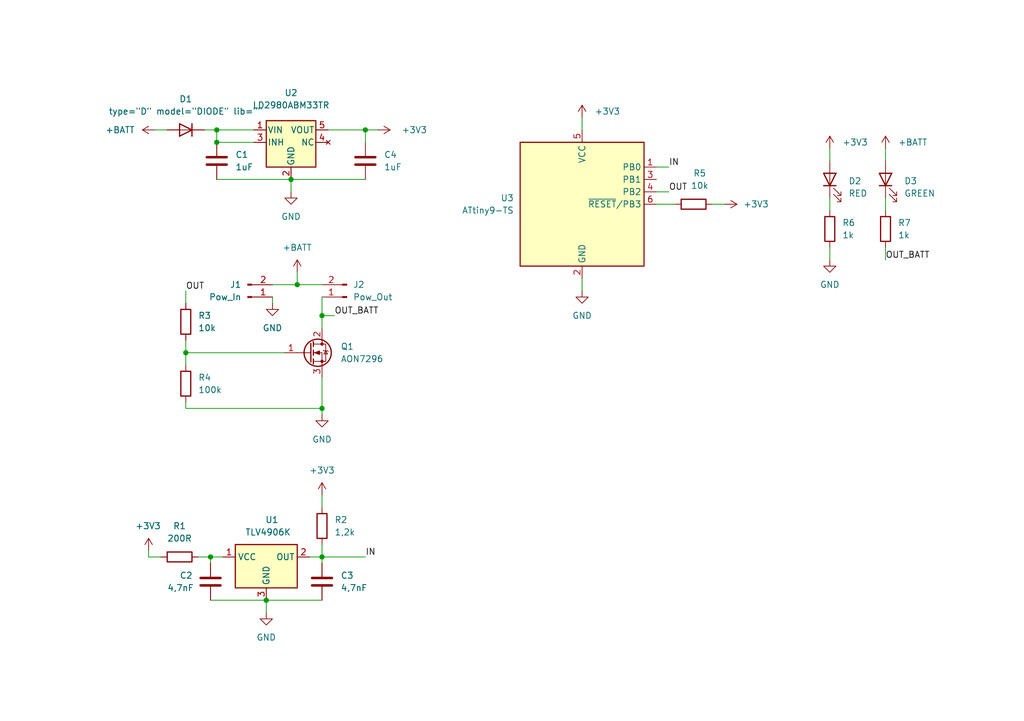
<source format=kicad_sch>
(kicad_sch (version 20211123) (generator eeschema)

  (uuid e63e39d7-6ac0-4ffd-8aa3-1841a4541b55)

  (paper "A5")

  (lib_symbols
    (symbol "Connector:Conn_01x02_Male" (pin_names (offset 1.016) hide) (in_bom yes) (on_board yes)
      (property "Reference" "J" (id 0) (at 0 2.54 0)
        (effects (font (size 1.27 1.27)))
      )
      (property "Value" "Conn_01x02_Male" (id 1) (at 0 -5.08 0)
        (effects (font (size 1.27 1.27)))
      )
      (property "Footprint" "" (id 2) (at 0 0 0)
        (effects (font (size 1.27 1.27)) hide)
      )
      (property "Datasheet" "~" (id 3) (at 0 0 0)
        (effects (font (size 1.27 1.27)) hide)
      )
      (property "ki_keywords" "connector" (id 4) (at 0 0 0)
        (effects (font (size 1.27 1.27)) hide)
      )
      (property "ki_description" "Generic connector, single row, 01x02, script generated (kicad-library-utils/schlib/autogen/connector/)" (id 5) (at 0 0 0)
        (effects (font (size 1.27 1.27)) hide)
      )
      (property "ki_fp_filters" "Connector*:*_1x??_*" (id 6) (at 0 0 0)
        (effects (font (size 1.27 1.27)) hide)
      )
      (symbol "Conn_01x02_Male_1_1"
        (polyline
          (pts
            (xy 1.27 -2.54)
            (xy 0.8636 -2.54)
          )
          (stroke (width 0.1524) (type default) (color 0 0 0 0))
          (fill (type none))
        )
        (polyline
          (pts
            (xy 1.27 0)
            (xy 0.8636 0)
          )
          (stroke (width 0.1524) (type default) (color 0 0 0 0))
          (fill (type none))
        )
        (rectangle (start 0.8636 -2.413) (end 0 -2.667)
          (stroke (width 0.1524) (type default) (color 0 0 0 0))
          (fill (type outline))
        )
        (rectangle (start 0.8636 0.127) (end 0 -0.127)
          (stroke (width 0.1524) (type default) (color 0 0 0 0))
          (fill (type outline))
        )
        (pin passive line (at 5.08 0 180) (length 3.81)
          (name "Pin_1" (effects (font (size 1.27 1.27))))
          (number "1" (effects (font (size 1.27 1.27))))
        )
        (pin passive line (at 5.08 -2.54 180) (length 3.81)
          (name "Pin_2" (effects (font (size 1.27 1.27))))
          (number "2" (effects (font (size 1.27 1.27))))
        )
      )
    )
    (symbol "Device:C" (pin_numbers hide) (pin_names (offset 0.254)) (in_bom yes) (on_board yes)
      (property "Reference" "C" (id 0) (at 0.635 2.54 0)
        (effects (font (size 1.27 1.27)) (justify left))
      )
      (property "Value" "C" (id 1) (at 0.635 -2.54 0)
        (effects (font (size 1.27 1.27)) (justify left))
      )
      (property "Footprint" "" (id 2) (at 0.9652 -3.81 0)
        (effects (font (size 1.27 1.27)) hide)
      )
      (property "Datasheet" "~" (id 3) (at 0 0 0)
        (effects (font (size 1.27 1.27)) hide)
      )
      (property "ki_keywords" "cap capacitor" (id 4) (at 0 0 0)
        (effects (font (size 1.27 1.27)) hide)
      )
      (property "ki_description" "Unpolarized capacitor" (id 5) (at 0 0 0)
        (effects (font (size 1.27 1.27)) hide)
      )
      (property "ki_fp_filters" "C_*" (id 6) (at 0 0 0)
        (effects (font (size 1.27 1.27)) hide)
      )
      (symbol "C_0_1"
        (polyline
          (pts
            (xy -2.032 -0.762)
            (xy 2.032 -0.762)
          )
          (stroke (width 0.508) (type default) (color 0 0 0 0))
          (fill (type none))
        )
        (polyline
          (pts
            (xy -2.032 0.762)
            (xy 2.032 0.762)
          )
          (stroke (width 0.508) (type default) (color 0 0 0 0))
          (fill (type none))
        )
      )
      (symbol "C_1_1"
        (pin passive line (at 0 3.81 270) (length 2.794)
          (name "~" (effects (font (size 1.27 1.27))))
          (number "1" (effects (font (size 1.27 1.27))))
        )
        (pin passive line (at 0 -3.81 90) (length 2.794)
          (name "~" (effects (font (size 1.27 1.27))))
          (number "2" (effects (font (size 1.27 1.27))))
        )
      )
    )
    (symbol "Device:LED" (pin_numbers hide) (pin_names (offset 1.016) hide) (in_bom yes) (on_board yes)
      (property "Reference" "D" (id 0) (at 0 2.54 0)
        (effects (font (size 1.27 1.27)))
      )
      (property "Value" "LED" (id 1) (at 0 -2.54 0)
        (effects (font (size 1.27 1.27)))
      )
      (property "Footprint" "" (id 2) (at 0 0 0)
        (effects (font (size 1.27 1.27)) hide)
      )
      (property "Datasheet" "~" (id 3) (at 0 0 0)
        (effects (font (size 1.27 1.27)) hide)
      )
      (property "ki_keywords" "LED diode" (id 4) (at 0 0 0)
        (effects (font (size 1.27 1.27)) hide)
      )
      (property "ki_description" "Light emitting diode" (id 5) (at 0 0 0)
        (effects (font (size 1.27 1.27)) hide)
      )
      (property "ki_fp_filters" "LED* LED_SMD:* LED_THT:*" (id 6) (at 0 0 0)
        (effects (font (size 1.27 1.27)) hide)
      )
      (symbol "LED_0_1"
        (polyline
          (pts
            (xy -1.27 -1.27)
            (xy -1.27 1.27)
          )
          (stroke (width 0.254) (type default) (color 0 0 0 0))
          (fill (type none))
        )
        (polyline
          (pts
            (xy -1.27 0)
            (xy 1.27 0)
          )
          (stroke (width 0) (type default) (color 0 0 0 0))
          (fill (type none))
        )
        (polyline
          (pts
            (xy 1.27 -1.27)
            (xy 1.27 1.27)
            (xy -1.27 0)
            (xy 1.27 -1.27)
          )
          (stroke (width 0.254) (type default) (color 0 0 0 0))
          (fill (type none))
        )
        (polyline
          (pts
            (xy -3.048 -0.762)
            (xy -4.572 -2.286)
            (xy -3.81 -2.286)
            (xy -4.572 -2.286)
            (xy -4.572 -1.524)
          )
          (stroke (width 0) (type default) (color 0 0 0 0))
          (fill (type none))
        )
        (polyline
          (pts
            (xy -1.778 -0.762)
            (xy -3.302 -2.286)
            (xy -2.54 -2.286)
            (xy -3.302 -2.286)
            (xy -3.302 -1.524)
          )
          (stroke (width 0) (type default) (color 0 0 0 0))
          (fill (type none))
        )
      )
      (symbol "LED_1_1"
        (pin passive line (at -3.81 0 0) (length 2.54)
          (name "K" (effects (font (size 1.27 1.27))))
          (number "1" (effects (font (size 1.27 1.27))))
        )
        (pin passive line (at 3.81 0 180) (length 2.54)
          (name "A" (effects (font (size 1.27 1.27))))
          (number "2" (effects (font (size 1.27 1.27))))
        )
      )
    )
    (symbol "Device:R" (pin_numbers hide) (pin_names (offset 0)) (in_bom yes) (on_board yes)
      (property "Reference" "R" (id 0) (at 2.032 0 90)
        (effects (font (size 1.27 1.27)))
      )
      (property "Value" "R" (id 1) (at 0 0 90)
        (effects (font (size 1.27 1.27)))
      )
      (property "Footprint" "" (id 2) (at -1.778 0 90)
        (effects (font (size 1.27 1.27)) hide)
      )
      (property "Datasheet" "~" (id 3) (at 0 0 0)
        (effects (font (size 1.27 1.27)) hide)
      )
      (property "ki_keywords" "R res resistor" (id 4) (at 0 0 0)
        (effects (font (size 1.27 1.27)) hide)
      )
      (property "ki_description" "Resistor" (id 5) (at 0 0 0)
        (effects (font (size 1.27 1.27)) hide)
      )
      (property "ki_fp_filters" "R_*" (id 6) (at 0 0 0)
        (effects (font (size 1.27 1.27)) hide)
      )
      (symbol "R_0_1"
        (rectangle (start -1.016 -2.54) (end 1.016 2.54)
          (stroke (width 0.254) (type default) (color 0 0 0 0))
          (fill (type none))
        )
      )
      (symbol "R_1_1"
        (pin passive line (at 0 3.81 270) (length 1.27)
          (name "~" (effects (font (size 1.27 1.27))))
          (number "1" (effects (font (size 1.27 1.27))))
        )
        (pin passive line (at 0 -3.81 90) (length 1.27)
          (name "~" (effects (font (size 1.27 1.27))))
          (number "2" (effects (font (size 1.27 1.27))))
        )
      )
    )
    (symbol "MCU_Microchip_ATtiny:ATtiny9-TS" (in_bom yes) (on_board yes)
      (property "Reference" "U" (id 0) (at -12.7 13.97 0)
        (effects (font (size 1.27 1.27)) (justify left bottom))
      )
      (property "Value" "ATtiny9-TS" (id 1) (at 2.54 -13.97 0)
        (effects (font (size 1.27 1.27)) (justify left top))
      )
      (property "Footprint" "Package_TO_SOT_SMD:SOT-23-6" (id 2) (at 0 0 0)
        (effects (font (size 1.27 1.27) italic) hide)
      )
      (property "Datasheet" "http://ww1.microchip.com/downloads/en/DeviceDoc/Atmel-8127-AVR-8-bit-Microcontroller-ATtiny4-ATtiny5-ATtiny9-ATtiny10_Datasheet.pdf" (id 3) (at 0 0 0)
        (effects (font (size 1.27 1.27)) hide)
      )
      (property "ki_keywords" "AVR 8bit Microcontroller tinyAVR" (id 4) (at 0 0 0)
        (effects (font (size 1.27 1.27)) hide)
      )
      (property "ki_description" "12MHz, 1kB Flash, 32B SRAM, No EEPROM, SOT-23-6" (id 5) (at 0 0 0)
        (effects (font (size 1.27 1.27)) hide)
      )
      (property "ki_fp_filters" "SOT?23?6*" (id 6) (at 0 0 0)
        (effects (font (size 1.27 1.27)) hide)
      )
      (symbol "ATtiny9-TS_0_1"
        (rectangle (start -12.7 -12.7) (end 12.7 12.7)
          (stroke (width 0.254) (type default) (color 0 0 0 0))
          (fill (type background))
        )
      )
      (symbol "ATtiny9-TS_1_1"
        (pin bidirectional line (at 15.24 7.62 180) (length 2.54)
          (name "PB0" (effects (font (size 1.27 1.27))))
          (number "1" (effects (font (size 1.27 1.27))))
        )
        (pin power_in line (at 0 -15.24 90) (length 2.54)
          (name "GND" (effects (font (size 1.27 1.27))))
          (number "2" (effects (font (size 1.27 1.27))))
        )
        (pin bidirectional line (at 15.24 5.08 180) (length 2.54)
          (name "PB1" (effects (font (size 1.27 1.27))))
          (number "3" (effects (font (size 1.27 1.27))))
        )
        (pin bidirectional line (at 15.24 2.54 180) (length 2.54)
          (name "PB2" (effects (font (size 1.27 1.27))))
          (number "4" (effects (font (size 1.27 1.27))))
        )
        (pin power_in line (at 0 15.24 270) (length 2.54)
          (name "VCC" (effects (font (size 1.27 1.27))))
          (number "5" (effects (font (size 1.27 1.27))))
        )
        (pin bidirectional line (at 15.24 0 180) (length 2.54)
          (name "~{RESET}/PB3" (effects (font (size 1.27 1.27))))
          (number "6" (effects (font (size 1.27 1.27))))
        )
      )
    )
    (symbol "Regulator_Linear:LD3985M33R_SOT23" (pin_names (offset 0.254)) (in_bom yes) (on_board yes)
      (property "Reference" "U1" (id 0) (at 0 10.16 0)
        (effects (font (size 1.27 1.27)))
      )
      (property "Value" "LD2980ABM33TR_SOT23" (id 1) (at 0 7.62 0)
        (effects (font (size 1.27 1.27)))
      )
      (property "Footprint" "Package_TO_SOT_SMD:SOT-23-5" (id 2) (at 0 8.255 0)
        (effects (font (size 1.27 1.27) italic) hide)
      )
      (property "Datasheet" "http://www.st.com/internet/com/TECHNICAL_RESOURCES/TECHNICAL_LITERATURE/DATASHEET/CD00003395.pdf" (id 3) (at 0 5.08 0)
        (effects (font (size 1.27 1.27)) hide)
      )
      (property "ki_keywords" "150mA LDO Regulator Fixed Positive" (id 4) (at 0 0 0)
        (effects (font (size 1.27 1.27)) hide)
      )
      (property "ki_description" "150mA Low Dropout Voltage Regulator, Fixed Output 3.3V, SOT-23-5" (id 5) (at 0 0 0)
        (effects (font (size 1.27 1.27)) hide)
      )
      (property "ki_fp_filters" "SOT?23*" (id 6) (at 0 0 0)
        (effects (font (size 1.27 1.27)) hide)
      )
      (symbol "LD3985M33R_SOT23_0_1"
        (rectangle (start -5.08 4.445) (end 5.08 -5.08)
          (stroke (width 0.254) (type default) (color 0 0 0 0))
          (fill (type background))
        )
      )
      (symbol "LD3985M33R_SOT23_1_1"
        (pin power_in line (at -7.62 2.54 0) (length 2.54)
          (name "VIN" (effects (font (size 1.27 1.27))))
          (number "1" (effects (font (size 1.27 1.27))))
        )
        (pin power_in line (at 0 -7.62 90) (length 2.54)
          (name "GND" (effects (font (size 1.27 1.27))))
          (number "2" (effects (font (size 1.27 1.27))))
        )
        (pin input line (at -7.62 0 0) (length 2.54)
          (name "INH" (effects (font (size 1.27 1.27))))
          (number "3" (effects (font (size 1.27 1.27))))
        )
        (pin no_connect line (at 7.62 0 180) (length 2.54)
          (name "NC" (effects (font (size 1.27 1.27))))
          (number "4" (effects (font (size 1.27 1.27))))
        )
        (pin power_out line (at 7.62 2.54 180) (length 2.54)
          (name "VOUT" (effects (font (size 1.27 1.27))))
          (number "5" (effects (font (size 1.27 1.27))))
        )
      )
    )
    (symbol "Sensor_Magnetic:A1101ELHL" (in_bom yes) (on_board yes)
      (property "Reference" "U1" (id 0) (at 3.81 12.7 0)
        (effects (font (size 1.27 1.27)) (justify right))
      )
      (property "Value" "TLV4906K" (id 1) (at 6.35 10.16 0)
        (effects (font (size 1.27 1.27)) (justify right))
      )
      (property "Footprint" "Package_TO_SOT_SMD:SC-59" (id 2) (at 0 -8.89 0)
        (effects (font (size 1.27 1.27) italic) (justify left) hide)
      )
      (property "Datasheet" "https://www.allegromicro.com/-/media/files/datasheets/a110x-datasheet.ashx" (id 3) (at 0 16.51 0)
        (effects (font (size 1.27 1.27)) hide)
      )
      (property "ki_keywords" "hall switch" (id 4) (at 0 0 0)
        (effects (font (size 1.27 1.27)) hide)
      )
      (property "ki_description" "Hall effect switch, unipolar, Bop=100G, Brp=45G, -40C to +85C, SOT-23W" (id 5) (at 0 0 0)
        (effects (font (size 1.27 1.27)) hide)
      )
      (property "ki_fp_filters" "SOT?23*" (id 6) (at 0 0 0)
        (effects (font (size 1.27 1.27)) hide)
      )
      (symbol "A1101ELHL_0_1"
        (rectangle (start -5.08 7.62) (end 7.62 -1.27)
          (stroke (width 0.254) (type default) (color 0 0 0 0))
          (fill (type background))
        )
      )
      (symbol "A1101ELHL_1_1"
        (pin power_in line (at -7.62 5.08 0) (length 2.54)
          (name "VCC" (effects (font (size 1.27 1.27))))
          (number "1" (effects (font (size 1.27 1.27))))
        )
        (pin open_collector line (at 10.16 5.08 180) (length 2.54)
          (name "OUT" (effects (font (size 1.27 1.27))))
          (number "2" (effects (font (size 1.27 1.27))))
        )
        (pin power_in line (at 1.27 -3.81 90) (length 2.54)
          (name "GND" (effects (font (size 1.27 1.27))))
          (number "3" (effects (font (size 1.27 1.27))))
        )
      )
    )
    (symbol "Simulation_SPICE:DIODE" (pin_numbers hide) (pin_names (offset 1.016) hide) (in_bom yes) (on_board yes)
      (property "Reference" "D" (id 0) (at 0 2.54 0)
        (effects (font (size 1.27 1.27)))
      )
      (property "Value" "DIODE" (id 1) (at 0 -2.54 0)
        (effects (font (size 1.27 1.27)))
      )
      (property "Footprint" "" (id 2) (at 0 0 0)
        (effects (font (size 1.27 1.27)) hide)
      )
      (property "Datasheet" "~" (id 3) (at 0 0 0)
        (effects (font (size 1.27 1.27)) hide)
      )
      (property "Spice_Netlist_Enabled" "Y" (id 4) (at 0 0 0)
        (effects (font (size 1.27 1.27)) (justify left) hide)
      )
      (property "Spice_Primitive" "D" (id 5) (at 0 0 0)
        (effects (font (size 1.27 1.27)) (justify left) hide)
      )
      (property "ki_keywords" "simulation" (id 6) (at 0 0 0)
        (effects (font (size 1.27 1.27)) hide)
      )
      (property "ki_description" "Diode, anode on pin 1, for simulation only!" (id 7) (at 0 0 0)
        (effects (font (size 1.27 1.27)) hide)
      )
      (symbol "DIODE_0_1"
        (polyline
          (pts
            (xy 1.27 0)
            (xy -1.27 0)
          )
          (stroke (width 0) (type default) (color 0 0 0 0))
          (fill (type none))
        )
        (polyline
          (pts
            (xy 1.27 1.27)
            (xy 1.27 -1.27)
          )
          (stroke (width 0.254) (type default) (color 0 0 0 0))
          (fill (type none))
        )
        (polyline
          (pts
            (xy -1.27 -1.27)
            (xy -1.27 1.27)
            (xy 1.27 0)
            (xy -1.27 -1.27)
          )
          (stroke (width 0.254) (type default) (color 0 0 0 0))
          (fill (type none))
        )
      )
      (symbol "DIODE_1_1"
        (pin passive line (at -3.81 0 0) (length 2.54)
          (name "A" (effects (font (size 1.27 1.27))))
          (number "1" (effects (font (size 1.27 1.27))))
        )
        (pin passive line (at 3.81 0 180) (length 2.54)
          (name "K" (effects (font (size 1.27 1.27))))
          (number "2" (effects (font (size 1.27 1.27))))
        )
      )
    )
    (symbol "Transistor_FET:AO3400A" (pin_names hide) (in_bom yes) (on_board yes)
      (property "Reference" "Q?" (id 0) (at 6.35 1.2701 0)
        (effects (font (size 1.27 1.27)) (justify left))
      )
      (property "Value" "AO3400A" (id 1) (at 6.35 -1.2699 0)
        (effects (font (size 1.27 1.27)) (justify left))
      )
      (property "Footprint" "Package_TO_SOT_SMD:TO-252-3_TabPin2" (id 2) (at 5.08 -1.905 0)
        (effects (font (size 1.27 1.27) italic) (justify left) hide)
      )
      (property "Datasheet" "http://www.aosmd.com/pdfs/datasheet/AO3400A.pdf" (id 3) (at 0 0 0)
        (effects (font (size 1.27 1.27)) (justify left) hide)
      )
      (property "ki_keywords" "N-Channel MOSFET" (id 4) (at 0 0 0)
        (effects (font (size 1.27 1.27)) hide)
      )
      (property "ki_description" "30V Vds, 5.7A Id, N-Channel MOSFET, SOT-23" (id 5) (at 0 0 0)
        (effects (font (size 1.27 1.27)) hide)
      )
      (property "ki_fp_filters" "SOT?23*" (id 6) (at 0 0 0)
        (effects (font (size 1.27 1.27)) hide)
      )
      (symbol "AO3400A_0_1"
        (polyline
          (pts
            (xy 0.254 0)
            (xy -2.54 0)
          )
          (stroke (width 0) (type default) (color 0 0 0 0))
          (fill (type none))
        )
        (polyline
          (pts
            (xy 0.254 1.905)
            (xy 0.254 -1.905)
          )
          (stroke (width 0.254) (type default) (color 0 0 0 0))
          (fill (type none))
        )
        (polyline
          (pts
            (xy 0.762 -1.27)
            (xy 0.762 -2.286)
          )
          (stroke (width 0.254) (type default) (color 0 0 0 0))
          (fill (type none))
        )
        (polyline
          (pts
            (xy 0.762 0.508)
            (xy 0.762 -0.508)
          )
          (stroke (width 0.254) (type default) (color 0 0 0 0))
          (fill (type none))
        )
        (polyline
          (pts
            (xy 0.762 2.286)
            (xy 0.762 1.27)
          )
          (stroke (width 0.254) (type default) (color 0 0 0 0))
          (fill (type none))
        )
        (polyline
          (pts
            (xy 2.54 2.54)
            (xy 2.54 1.778)
          )
          (stroke (width 0) (type default) (color 0 0 0 0))
          (fill (type none))
        )
        (polyline
          (pts
            (xy 2.54 -2.54)
            (xy 2.54 0)
            (xy 0.762 0)
          )
          (stroke (width 0) (type default) (color 0 0 0 0))
          (fill (type none))
        )
        (polyline
          (pts
            (xy 0.762 -1.778)
            (xy 3.302 -1.778)
            (xy 3.302 1.778)
            (xy 0.762 1.778)
          )
          (stroke (width 0) (type default) (color 0 0 0 0))
          (fill (type none))
        )
        (polyline
          (pts
            (xy 1.016 0)
            (xy 2.032 0.381)
            (xy 2.032 -0.381)
            (xy 1.016 0)
          )
          (stroke (width 0) (type default) (color 0 0 0 0))
          (fill (type outline))
        )
        (polyline
          (pts
            (xy 2.794 0.508)
            (xy 2.921 0.381)
            (xy 3.683 0.381)
            (xy 3.81 0.254)
          )
          (stroke (width 0) (type default) (color 0 0 0 0))
          (fill (type none))
        )
        (polyline
          (pts
            (xy 3.302 0.381)
            (xy 2.921 -0.254)
            (xy 3.683 -0.254)
            (xy 3.302 0.381)
          )
          (stroke (width 0) (type default) (color 0 0 0 0))
          (fill (type none))
        )
        (circle (center 1.651 0) (radius 2.794)
          (stroke (width 0.254) (type default) (color 0 0 0 0))
          (fill (type none))
        )
        (circle (center 2.54 -1.778) (radius 0.254)
          (stroke (width 0) (type default) (color 0 0 0 0))
          (fill (type outline))
        )
        (circle (center 2.54 1.778) (radius 0.254)
          (stroke (width 0) (type default) (color 0 0 0 0))
          (fill (type outline))
        )
      )
      (symbol "AO3400A_1_1"
        (pin input line (at -5.08 0 0) (length 2.54)
          (name "G" (effects (font (size 1.27 1.27))))
          (number "1" (effects (font (size 1.27 1.27))))
        )
        (pin passive line (at 2.54 5.08 270) (length 2.54)
          (name "D" (effects (font (size 1.27 1.27))))
          (number "2" (effects (font (size 1.27 1.27))))
        )
        (pin passive line (at 2.54 -5.08 90) (length 2.54)
          (name "S" (effects (font (size 1.27 1.27))))
          (number "3" (effects (font (size 1.27 1.27))))
        )
      )
    )
    (symbol "power:+3.3V" (power) (pin_names (offset 0)) (in_bom yes) (on_board yes)
      (property "Reference" "#PWR" (id 0) (at 0 -3.81 0)
        (effects (font (size 1.27 1.27)) hide)
      )
      (property "Value" "+3.3V" (id 1) (at 0 3.556 0)
        (effects (font (size 1.27 1.27)))
      )
      (property "Footprint" "" (id 2) (at 0 0 0)
        (effects (font (size 1.27 1.27)) hide)
      )
      (property "Datasheet" "" (id 3) (at 0 0 0)
        (effects (font (size 1.27 1.27)) hide)
      )
      (property "ki_keywords" "power-flag" (id 4) (at 0 0 0)
        (effects (font (size 1.27 1.27)) hide)
      )
      (property "ki_description" "Power symbol creates a global label with name \"+3.3V\"" (id 5) (at 0 0 0)
        (effects (font (size 1.27 1.27)) hide)
      )
      (symbol "+3.3V_0_1"
        (polyline
          (pts
            (xy -0.762 1.27)
            (xy 0 2.54)
          )
          (stroke (width 0) (type default) (color 0 0 0 0))
          (fill (type none))
        )
        (polyline
          (pts
            (xy 0 0)
            (xy 0 2.54)
          )
          (stroke (width 0) (type default) (color 0 0 0 0))
          (fill (type none))
        )
        (polyline
          (pts
            (xy 0 2.54)
            (xy 0.762 1.27)
          )
          (stroke (width 0) (type default) (color 0 0 0 0))
          (fill (type none))
        )
      )
      (symbol "+3.3V_1_1"
        (pin power_in line (at 0 0 90) (length 0) hide
          (name "+3V3" (effects (font (size 1.27 1.27))))
          (number "1" (effects (font (size 1.27 1.27))))
        )
      )
    )
    (symbol "power:+BATT" (power) (pin_names (offset 0)) (in_bom yes) (on_board yes)
      (property "Reference" "#PWR" (id 0) (at 0 -3.81 0)
        (effects (font (size 1.27 1.27)) hide)
      )
      (property "Value" "+BATT" (id 1) (at 0 3.556 0)
        (effects (font (size 1.27 1.27)))
      )
      (property "Footprint" "" (id 2) (at 0 0 0)
        (effects (font (size 1.27 1.27)) hide)
      )
      (property "Datasheet" "" (id 3) (at 0 0 0)
        (effects (font (size 1.27 1.27)) hide)
      )
      (property "ki_keywords" "power-flag battery" (id 4) (at 0 0 0)
        (effects (font (size 1.27 1.27)) hide)
      )
      (property "ki_description" "Power symbol creates a global label with name \"+BATT\"" (id 5) (at 0 0 0)
        (effects (font (size 1.27 1.27)) hide)
      )
      (symbol "+BATT_0_1"
        (polyline
          (pts
            (xy -0.762 1.27)
            (xy 0 2.54)
          )
          (stroke (width 0) (type default) (color 0 0 0 0))
          (fill (type none))
        )
        (polyline
          (pts
            (xy 0 0)
            (xy 0 2.54)
          )
          (stroke (width 0) (type default) (color 0 0 0 0))
          (fill (type none))
        )
        (polyline
          (pts
            (xy 0 2.54)
            (xy 0.762 1.27)
          )
          (stroke (width 0) (type default) (color 0 0 0 0))
          (fill (type none))
        )
      )
      (symbol "+BATT_1_1"
        (pin power_in line (at 0 0 90) (length 0) hide
          (name "+BATT" (effects (font (size 1.27 1.27))))
          (number "1" (effects (font (size 1.27 1.27))))
        )
      )
    )
    (symbol "power:GND" (power) (pin_names (offset 0)) (in_bom yes) (on_board yes)
      (property "Reference" "#PWR" (id 0) (at 0 -6.35 0)
        (effects (font (size 1.27 1.27)) hide)
      )
      (property "Value" "GND" (id 1) (at 0 -3.81 0)
        (effects (font (size 1.27 1.27)))
      )
      (property "Footprint" "" (id 2) (at 0 0 0)
        (effects (font (size 1.27 1.27)) hide)
      )
      (property "Datasheet" "" (id 3) (at 0 0 0)
        (effects (font (size 1.27 1.27)) hide)
      )
      (property "ki_keywords" "power-flag" (id 4) (at 0 0 0)
        (effects (font (size 1.27 1.27)) hide)
      )
      (property "ki_description" "Power symbol creates a global label with name \"GND\" , ground" (id 5) (at 0 0 0)
        (effects (font (size 1.27 1.27)) hide)
      )
      (symbol "GND_0_1"
        (polyline
          (pts
            (xy 0 0)
            (xy 0 -1.27)
            (xy 1.27 -1.27)
            (xy 0 -2.54)
            (xy -1.27 -1.27)
            (xy 0 -1.27)
          )
          (stroke (width 0) (type default) (color 0 0 0 0))
          (fill (type none))
        )
      )
      (symbol "GND_1_1"
        (pin power_in line (at 0 0 270) (length 0) hide
          (name "GND" (effects (font (size 1.27 1.27))))
          (number "1" (effects (font (size 1.27 1.27))))
        )
      )
    )
  )

  (junction (at 66.04 83.82) (diameter 0) (color 0 0 0 0)
    (uuid 034cb194-900b-4b6f-b5b4-9aaad4816cbf)
  )
  (junction (at 38.1 72.39) (diameter 0) (color 0 0 0 0)
    (uuid 26fc542c-36a0-4549-ade2-a2b76b37b53f)
  )
  (junction (at 60.96 58.42) (diameter 0) (color 0 0 0 0)
    (uuid 2a947834-fa0f-4e74-95aa-278f93635406)
  )
  (junction (at 54.61 123.19) (diameter 0) (color 0 0 0 0)
    (uuid 6835803f-548a-4e16-b863-27b911ef5d61)
  )
  (junction (at 43.18 114.3) (diameter 0) (color 0 0 0 0)
    (uuid 6e15cf21-3f01-4377-a445-127ab88167d2)
  )
  (junction (at 44.45 29.21) (diameter 0) (color 0 0 0 0)
    (uuid 731d27b6-feb5-4e92-89ff-8546cc0b68a8)
  )
  (junction (at 66.04 64.77) (diameter 0) (color 0 0 0 0)
    (uuid 78602207-f9b9-41f7-a5e6-790bebf12573)
  )
  (junction (at 66.04 114.3) (diameter 0) (color 0 0 0 0)
    (uuid 95cc143d-2026-4502-bd30-3a869af677d6)
  )
  (junction (at 74.93 26.67) (diameter 0) (color 0 0 0 0)
    (uuid a4c83f5f-306a-405b-9c50-1d027219e9f9)
  )
  (junction (at 59.69 36.83) (diameter 0) (color 0 0 0 0)
    (uuid f50c932b-2055-4922-a11d-3cb4c908a001)
  )
  (junction (at 44.45 26.67) (diameter 0) (color 0 0 0 0)
    (uuid ff7deb7f-c230-41b4-a260-fbf6017afbca)
  )

  (wire (pts (xy 146.05 41.91) (xy 148.59 41.91))
    (stroke (width 0) (type default) (color 0 0 0 0))
    (uuid 014fbfa9-5e8f-4e90-9796-dfea8005dbb4)
  )
  (wire (pts (xy 30.48 114.3) (xy 33.02 114.3))
    (stroke (width 0) (type default) (color 0 0 0 0))
    (uuid 06bc45b1-e570-4fb7-be3c-96827dc840b0)
  )
  (wire (pts (xy 38.1 59.69) (xy 38.1 62.23))
    (stroke (width 0) (type default) (color 0 0 0 0))
    (uuid 06fc8fc9-d486-4713-8aa1-265849c02378)
  )
  (wire (pts (xy 66.04 115.57) (xy 66.04 114.3))
    (stroke (width 0) (type default) (color 0 0 0 0))
    (uuid 0c7ee6ca-30be-4e36-b5bb-f52ada4e5868)
  )
  (wire (pts (xy 134.62 39.37) (xy 137.16 39.37))
    (stroke (width 0) (type default) (color 0 0 0 0))
    (uuid 1b44a1fd-5c76-4ec9-b847-5f1e1a71e94d)
  )
  (wire (pts (xy 31.75 26.67) (xy 34.29 26.67))
    (stroke (width 0) (type default) (color 0 0 0 0))
    (uuid 1d5f54d2-b98e-433c-8e4f-35780943f5f7)
  )
  (wire (pts (xy 66.04 85.09) (xy 66.04 83.82))
    (stroke (width 0) (type default) (color 0 0 0 0))
    (uuid 201dd361-7cb5-4fdf-a8d8-605ed1e07371)
  )
  (wire (pts (xy 38.1 82.55) (xy 38.1 83.82))
    (stroke (width 0) (type default) (color 0 0 0 0))
    (uuid 257b554f-143b-4d0c-96d7-41b3bb1857de)
  )
  (wire (pts (xy 170.18 30.48) (xy 170.18 33.02))
    (stroke (width 0) (type default) (color 0 0 0 0))
    (uuid 27879e3b-94a7-4a48-a687-a8d15390e15e)
  )
  (wire (pts (xy 30.48 113.03) (xy 30.48 114.3))
    (stroke (width 0) (type default) (color 0 0 0 0))
    (uuid 2ce60274-6421-419e-9833-1a160c589726)
  )
  (wire (pts (xy 55.88 58.42) (xy 60.96 58.42))
    (stroke (width 0) (type default) (color 0 0 0 0))
    (uuid 42a1dd6f-9b47-458d-ae34-52fe3d6e7479)
  )
  (wire (pts (xy 66.04 64.77) (xy 66.04 67.31))
    (stroke (width 0) (type default) (color 0 0 0 0))
    (uuid 433fcc23-53e8-4828-a689-7eed1059c0fc)
  )
  (wire (pts (xy 181.61 30.48) (xy 181.61 33.02))
    (stroke (width 0) (type default) (color 0 0 0 0))
    (uuid 48084211-6497-48fc-ad3a-8ed7d4b461da)
  )
  (wire (pts (xy 63.5 114.3) (xy 66.04 114.3))
    (stroke (width 0) (type default) (color 0 0 0 0))
    (uuid 480d5422-6d33-4319-a5c2-9ce1cd04fa90)
  )
  (wire (pts (xy 43.18 123.19) (xy 54.61 123.19))
    (stroke (width 0) (type default) (color 0 0 0 0))
    (uuid 4b19be88-f456-4a90-aa58-3a069898a010)
  )
  (wire (pts (xy 170.18 40.64) (xy 170.18 43.18))
    (stroke (width 0) (type default) (color 0 0 0 0))
    (uuid 4c48b2b5-5c1e-416c-8af1-9cc6f401041e)
  )
  (wire (pts (xy 44.45 29.21) (xy 44.45 26.67))
    (stroke (width 0) (type default) (color 0 0 0 0))
    (uuid 4cab68d6-f2b4-4459-82d5-4c5d5d94fdef)
  )
  (wire (pts (xy 43.18 114.3) (xy 45.72 114.3))
    (stroke (width 0) (type default) (color 0 0 0 0))
    (uuid 4d6b9df9-5037-488f-9a0a-234c002379ea)
  )
  (wire (pts (xy 59.69 36.83) (xy 74.93 36.83))
    (stroke (width 0) (type default) (color 0 0 0 0))
    (uuid 5b386a26-a4ca-4529-bb75-a479c59a2265)
  )
  (wire (pts (xy 43.18 115.57) (xy 43.18 114.3))
    (stroke (width 0) (type default) (color 0 0 0 0))
    (uuid 625acd56-1f65-4ddb-b8e1-1c7524f4c102)
  )
  (wire (pts (xy 170.18 53.34) (xy 170.18 50.8))
    (stroke (width 0) (type default) (color 0 0 0 0))
    (uuid 6ceaca34-ab76-410a-85dd-35a4d6799381)
  )
  (wire (pts (xy 66.04 114.3) (xy 66.04 111.76))
    (stroke (width 0) (type default) (color 0 0 0 0))
    (uuid 6ebb60c3-352a-4d98-a6ba-4d49efb93f80)
  )
  (wire (pts (xy 44.45 29.21) (xy 52.07 29.21))
    (stroke (width 0) (type default) (color 0 0 0 0))
    (uuid 82254a4f-cdeb-44f2-8081-f0b19ff05e5b)
  )
  (wire (pts (xy 44.45 26.67) (xy 52.07 26.67))
    (stroke (width 0) (type default) (color 0 0 0 0))
    (uuid 8620f82d-fdaf-420e-ab2c-3bf6f78fe3c6)
  )
  (wire (pts (xy 119.38 57.15) (xy 119.38 59.69))
    (stroke (width 0) (type default) (color 0 0 0 0))
    (uuid 8759f374-5e05-4350-8b59-b3c99a65e158)
  )
  (wire (pts (xy 66.04 77.47) (xy 66.04 83.82))
    (stroke (width 0) (type default) (color 0 0 0 0))
    (uuid 89aa8b0b-8d6c-4233-bf48-3cd4cf7832c5)
  )
  (wire (pts (xy 55.88 60.96) (xy 55.88 62.23))
    (stroke (width 0) (type default) (color 0 0 0 0))
    (uuid 8dfc800f-bbc1-4904-adda-6117ec751bf8)
  )
  (wire (pts (xy 119.38 24.13) (xy 119.38 26.67))
    (stroke (width 0) (type default) (color 0 0 0 0))
    (uuid 906bfecb-f12b-4023-b80a-3fe48766fac3)
  )
  (wire (pts (xy 60.96 55.88) (xy 60.96 58.42))
    (stroke (width 0) (type default) (color 0 0 0 0))
    (uuid 970641b9-7ddc-4df2-aac2-5696ad48079f)
  )
  (wire (pts (xy 44.45 36.83) (xy 59.69 36.83))
    (stroke (width 0) (type default) (color 0 0 0 0))
    (uuid a47acf1d-38ae-442d-a9d5-13f28036f1bb)
  )
  (wire (pts (xy 66.04 60.96) (xy 66.04 64.77))
    (stroke (width 0) (type default) (color 0 0 0 0))
    (uuid a6df928a-8d09-4a6d-a744-6b287cfaae93)
  )
  (wire (pts (xy 38.1 69.85) (xy 38.1 72.39))
    (stroke (width 0) (type default) (color 0 0 0 0))
    (uuid a7307668-125f-4607-bcd0-8744c513f145)
  )
  (wire (pts (xy 59.69 39.37) (xy 59.69 36.83))
    (stroke (width 0) (type default) (color 0 0 0 0))
    (uuid a9717413-152f-4aaf-8e9f-041c98d97c5e)
  )
  (wire (pts (xy 54.61 123.19) (xy 54.61 125.73))
    (stroke (width 0) (type default) (color 0 0 0 0))
    (uuid acb87679-b0b7-483e-ac57-ea3b4540b341)
  )
  (wire (pts (xy 74.93 26.67) (xy 77.47 26.67))
    (stroke (width 0) (type default) (color 0 0 0 0))
    (uuid b00a8ab2-3709-4712-a801-9e06d7474511)
  )
  (wire (pts (xy 66.04 114.3) (xy 74.93 114.3))
    (stroke (width 0) (type default) (color 0 0 0 0))
    (uuid b5ccd461-2bb6-4e55-889d-c413ead53e97)
  )
  (wire (pts (xy 60.96 58.42) (xy 66.04 58.42))
    (stroke (width 0) (type default) (color 0 0 0 0))
    (uuid b983c797-297e-469f-bced-fe4222511b4b)
  )
  (wire (pts (xy 38.1 83.82) (xy 66.04 83.82))
    (stroke (width 0) (type default) (color 0 0 0 0))
    (uuid c38ab335-3132-4e09-8383-d2904c609d56)
  )
  (wire (pts (xy 41.91 26.67) (xy 44.45 26.67))
    (stroke (width 0) (type default) (color 0 0 0 0))
    (uuid c80eb251-774b-4eba-ae03-9400df236e70)
  )
  (wire (pts (xy 40.64 114.3) (xy 43.18 114.3))
    (stroke (width 0) (type default) (color 0 0 0 0))
    (uuid c83e2a77-ffb8-488b-ac3d-41a6aa179753)
  )
  (wire (pts (xy 54.61 123.19) (xy 66.04 123.19))
    (stroke (width 0) (type default) (color 0 0 0 0))
    (uuid d01de8f3-f915-49d1-9160-c6f17d1db106)
  )
  (wire (pts (xy 74.93 29.21) (xy 74.93 26.67))
    (stroke (width 0) (type default) (color 0 0 0 0))
    (uuid dc84d5ee-d81a-4f4d-a75f-84acaaa9d309)
  )
  (wire (pts (xy 66.04 101.6) (xy 66.04 104.14))
    (stroke (width 0) (type default) (color 0 0 0 0))
    (uuid e07cfe39-a8e0-4fe4-9cdd-fa32e59df899)
  )
  (wire (pts (xy 38.1 72.39) (xy 58.42 72.39))
    (stroke (width 0) (type default) (color 0 0 0 0))
    (uuid e47df8b3-745b-4693-9950-00a2386f239d)
  )
  (wire (pts (xy 67.31 26.67) (xy 74.93 26.67))
    (stroke (width 0) (type default) (color 0 0 0 0))
    (uuid e7a60b11-710c-4a73-a6f9-8bbfde42ef19)
  )
  (wire (pts (xy 181.61 53.34) (xy 181.61 50.8))
    (stroke (width 0) (type default) (color 0 0 0 0))
    (uuid f0e5595a-272d-4e0e-a49d-18dd00d1f68e)
  )
  (wire (pts (xy 181.61 40.64) (xy 181.61 43.18))
    (stroke (width 0) (type default) (color 0 0 0 0))
    (uuid f1cb4c93-d09d-4f0f-b8d9-1f32129c350b)
  )
  (wire (pts (xy 66.04 64.77) (xy 68.58 64.77))
    (stroke (width 0) (type default) (color 0 0 0 0))
    (uuid f4f34c90-9633-4163-9f78-30046b80d31b)
  )
  (wire (pts (xy 38.1 72.39) (xy 38.1 74.93))
    (stroke (width 0) (type default) (color 0 0 0 0))
    (uuid fafdf718-7580-4d0a-bb28-a08842133b24)
  )
  (wire (pts (xy 134.62 34.29) (xy 137.16 34.29))
    (stroke (width 0) (type default) (color 0 0 0 0))
    (uuid fb023421-c88a-46da-8b9d-a592fb56714f)
  )
  (wire (pts (xy 134.62 41.91) (xy 138.43 41.91))
    (stroke (width 0) (type default) (color 0 0 0 0))
    (uuid fd8bc94f-f0ff-4111-a229-9a1b659b452e)
  )

  (label "IN" (at 74.93 114.3 0)
    (effects (font (size 1.27 1.27)) (justify left bottom))
    (uuid 0b9e7ca0-9d50-423a-94c8-1dda9a2eaa73)
  )
  (label "OUT" (at 38.1 59.69 0)
    (effects (font (size 1.27 1.27)) (justify left bottom))
    (uuid 15f87697-0a80-4388-bb6a-bfb2fc5f1c08)
  )
  (label "OUT_BATT" (at 181.61 53.34 0)
    (effects (font (size 1.27 1.27)) (justify left bottom))
    (uuid 1a2dd7e2-f156-469f-b8cb-fc7d1e16178f)
  )
  (label "OUT_BATT" (at 68.58 64.77 0)
    (effects (font (size 1.27 1.27)) (justify left bottom))
    (uuid 65e9e105-a027-420c-a1af-c72a43ef5d0e)
  )
  (label "OUT" (at 137.16 39.37 0)
    (effects (font (size 1.27 1.27)) (justify left bottom))
    (uuid 6f6b5cdd-7419-4925-a505-e44af1938193)
  )
  (label "IN" (at 137.16 34.29 0)
    (effects (font (size 1.27 1.27)) (justify left bottom))
    (uuid da6e4cba-b944-4298-807a-017a29efd608)
  )

  (symbol (lib_id "Device:R") (at 38.1 66.04 0) (unit 1)
    (in_bom yes) (on_board yes) (fields_autoplaced)
    (uuid 2af9f388-4965-49f5-9c2a-f43619857d60)
    (property "Reference" "R3" (id 0) (at 40.64 64.7699 0)
      (effects (font (size 1.27 1.27)) (justify left))
    )
    (property "Value" "10k" (id 1) (at 40.64 67.3099 0)
      (effects (font (size 1.27 1.27)) (justify left))
    )
    (property "Footprint" "Resistor_SMD:R_0402_1005Metric" (id 2) (at 36.322 66.04 90)
      (effects (font (size 1.27 1.27)) hide)
    )
    (property "Datasheet" "~" (id 3) (at 38.1 66.04 0)
      (effects (font (size 1.27 1.27)) hide)
    )
    (pin "1" (uuid ff32f796-f94b-4913-bece-e47ce71c9969))
    (pin "2" (uuid 3bad065f-1da3-4786-9c1d-543120541110))
  )

  (symbol (lib_id "Sensor_Magnetic:A1101ELHL") (at 53.34 119.38 0) (unit 1)
    (in_bom yes) (on_board yes) (fields_autoplaced)
    (uuid 2dc66f7e-d85d-4081-ae71-fd8851d6aeda)
    (property "Reference" "U1" (id 0) (at 57.15 106.68 0)
      (effects (font (size 1.27 1.27)) (justify right))
    )
    (property "Value" "TLV4906K" (id 1) (at 59.69 109.22 0)
      (effects (font (size 1.27 1.27)) (justify right))
    )
    (property "Footprint" "Package_TO_SOT_SMD:SC-59" (id 2) (at 53.34 128.27 0)
      (effects (font (size 1.27 1.27) italic) (justify left) hide)
    )
    (property "Datasheet" "https://www.allegromicro.com/-/media/files/datasheets/a110x-datasheet.ashx" (id 3) (at 53.34 102.87 0)
      (effects (font (size 1.27 1.27)) hide)
    )
    (pin "1" (uuid 18dee026-9999-4f10-8c36-736131349406))
    (pin "2" (uuid db532ed2-914c-41b4-b389-de2bf235d0a7))
    (pin "3" (uuid 9e427954-2486-4c91-89b5-6af73a073442))
  )

  (symbol (lib_id "power:GND") (at 170.18 53.34 0) (unit 1)
    (in_bom yes) (on_board yes) (fields_autoplaced)
    (uuid 53081fed-50bf-4fb6-a2e3-d2d67af0ccff)
    (property "Reference" "#PWR013" (id 0) (at 170.18 59.69 0)
      (effects (font (size 1.27 1.27)) hide)
    )
    (property "Value" "GND" (id 1) (at 170.18 58.42 0))
    (property "Footprint" "" (id 2) (at 170.18 53.34 0)
      (effects (font (size 1.27 1.27)) hide)
    )
    (property "Datasheet" "" (id 3) (at 170.18 53.34 0)
      (effects (font (size 1.27 1.27)) hide)
    )
    (pin "1" (uuid 409bcb76-277f-45aa-b67d-60fcb759d720))
  )

  (symbol (lib_id "Device:R") (at 142.24 41.91 90) (unit 1)
    (in_bom yes) (on_board yes)
    (uuid 53c518ac-d58b-4fb6-ae0e-c81843505bf0)
    (property "Reference" "R5" (id 0) (at 143.51 35.56 90))
    (property "Value" "10k" (id 1) (at 143.51 38.1 90))
    (property "Footprint" "Resistor_SMD:R_0402_1005Metric" (id 2) (at 142.24 43.688 90)
      (effects (font (size 1.27 1.27)) hide)
    )
    (property "Datasheet" "~" (id 3) (at 142.24 41.91 0)
      (effects (font (size 1.27 1.27)) hide)
    )
    (pin "1" (uuid ca49d009-84fa-4129-b874-cf92ff68cb47))
    (pin "2" (uuid 7cadf606-ff23-4dff-94a1-d990cc9e8b6f))
  )

  (symbol (lib_id "MCU_Microchip_ATtiny:ATtiny9-TS") (at 119.38 41.91 0) (unit 1)
    (in_bom yes) (on_board yes) (fields_autoplaced)
    (uuid 57a07bfe-e0c8-4178-9efc-c658d0aa0c5b)
    (property "Reference" "U3" (id 0) (at 105.41 40.6399 0)
      (effects (font (size 1.27 1.27)) (justify right))
    )
    (property "Value" "ATtiny9-TS" (id 1) (at 105.41 43.1799 0)
      (effects (font (size 1.27 1.27)) (justify right))
    )
    (property "Footprint" "Package_TO_SOT_SMD:SOT-23-6" (id 2) (at 119.38 41.91 0)
      (effects (font (size 1.27 1.27) italic) hide)
    )
    (property "Datasheet" "http://ww1.microchip.com/downloads/en/DeviceDoc/Atmel-8127-AVR-8-bit-Microcontroller-ATtiny4-ATtiny5-ATtiny9-ATtiny10_Datasheet.pdf" (id 3) (at 119.38 41.91 0)
      (effects (font (size 1.27 1.27)) hide)
    )
    (pin "1" (uuid 8a118e01-ce68-4cb9-aa2c-69460d69aea9))
    (pin "2" (uuid c77559f1-9310-438e-bb42-9cac3de0d116))
    (pin "3" (uuid 3e82ba62-7189-4489-87d5-60db49657901))
    (pin "4" (uuid fd52c1ac-e295-4f41-943d-ac9b91f9f1bf))
    (pin "5" (uuid 39367e70-4fd8-4578-b7c9-16f6f15e83e4))
    (pin "6" (uuid 1000aad2-ee88-468e-a417-b002fef105e7))
  )

  (symbol (lib_id "Connector:Conn_01x02_Male") (at 71.12 60.96 180) (unit 1)
    (in_bom yes) (on_board yes) (fields_autoplaced)
    (uuid 5dbdb686-d931-4fdb-8fa5-727939c1c4e2)
    (property "Reference" "J2" (id 0) (at 72.39 58.4199 0)
      (effects (font (size 1.27 1.27)) (justify right))
    )
    (property "Value" "Pow_Out" (id 1) (at 72.39 60.9599 0)
      (effects (font (size 1.27 1.27)) (justify right))
    )
    (property "Footprint" "SIM800L (1):1 pad tht" (id 2) (at 71.12 60.96 0)
      (effects (font (size 1.27 1.27)) hide)
    )
    (property "Datasheet" "~" (id 3) (at 71.12 60.96 0)
      (effects (font (size 1.27 1.27)) hide)
    )
    (pin "1" (uuid be1f40fd-78ed-4bdb-b1c6-e4bfa5a7b287))
    (pin "2" (uuid 274c5980-b5c4-4e86-93b4-5b4565b11850))
  )

  (symbol (lib_id "power:GND") (at 119.38 59.69 0) (unit 1)
    (in_bom yes) (on_board yes) (fields_autoplaced)
    (uuid 63023e97-d319-45e6-b170-700607081fb8)
    (property "Reference" "#PWR08" (id 0) (at 119.38 66.04 0)
      (effects (font (size 1.27 1.27)) hide)
    )
    (property "Value" "GND" (id 1) (at 119.38 64.77 0))
    (property "Footprint" "" (id 2) (at 119.38 59.69 0)
      (effects (font (size 1.27 1.27)) hide)
    )
    (property "Datasheet" "" (id 3) (at 119.38 59.69 0)
      (effects (font (size 1.27 1.27)) hide)
    )
    (pin "1" (uuid dd64ff21-3be4-4d87-98b2-7d8b31d49d4d))
  )

  (symbol (lib_id "Device:LED") (at 181.61 36.83 90) (unit 1)
    (in_bom yes) (on_board yes) (fields_autoplaced)
    (uuid 64f8f375-0b91-4dc0-bf5d-4aec783c4ca2)
    (property "Reference" "D3" (id 0) (at 185.42 37.1474 90)
      (effects (font (size 1.27 1.27)) (justify right))
    )
    (property "Value" "GREEN" (id 1) (at 185.42 39.6874 90)
      (effects (font (size 1.27 1.27)) (justify right))
    )
    (property "Footprint" "LED_SMD:LED_0402_1005Metric" (id 2) (at 181.61 36.83 0)
      (effects (font (size 1.27 1.27)) hide)
    )
    (property "Datasheet" "~" (id 3) (at 181.61 36.83 0)
      (effects (font (size 1.27 1.27)) hide)
    )
    (pin "1" (uuid 6b5d6085-a914-4298-81d3-9578a432c98c))
    (pin "2" (uuid 9eea8331-9c75-4147-900e-277643181cc1))
  )

  (symbol (lib_id "power:+3.3V") (at 148.59 41.91 270) (unit 1)
    (in_bom yes) (on_board yes) (fields_autoplaced)
    (uuid 66b9721a-64d8-488b-9d77-bf9dc85d4336)
    (property "Reference" "#PWR011" (id 0) (at 144.78 41.91 0)
      (effects (font (size 1.27 1.27)) hide)
    )
    (property "Value" "+3.3V" (id 1) (at 152.4 41.9099 90)
      (effects (font (size 1.27 1.27)) (justify left))
    )
    (property "Footprint" "" (id 2) (at 148.59 41.91 0)
      (effects (font (size 1.27 1.27)) hide)
    )
    (property "Datasheet" "" (id 3) (at 148.59 41.91 0)
      (effects (font (size 1.27 1.27)) hide)
    )
    (pin "1" (uuid 7d1e32d3-e770-43de-8d77-1d92dd01f75f))
  )

  (symbol (lib_id "Device:R") (at 38.1 78.74 0) (unit 1)
    (in_bom yes) (on_board yes) (fields_autoplaced)
    (uuid 69dc369c-8fbd-464c-aad8-e84c2d4b50fd)
    (property "Reference" "R4" (id 0) (at 40.64 77.4699 0)
      (effects (font (size 1.27 1.27)) (justify left))
    )
    (property "Value" "100k" (id 1) (at 40.64 80.0099 0)
      (effects (font (size 1.27 1.27)) (justify left))
    )
    (property "Footprint" "Resistor_SMD:R_0402_1005Metric" (id 2) (at 36.322 78.74 90)
      (effects (font (size 1.27 1.27)) hide)
    )
    (property "Datasheet" "~" (id 3) (at 38.1 78.74 0)
      (effects (font (size 1.27 1.27)) hide)
    )
    (pin "1" (uuid 26545e50-7101-4317-b371-72d260219b63))
    (pin "2" (uuid 8ca3ffce-d75f-4865-b67e-71797149cd02))
  )

  (symbol (lib_id "Device:C") (at 74.93 33.02 0) (unit 1)
    (in_bom yes) (on_board yes) (fields_autoplaced)
    (uuid 6b65ff9b-0096-4b93-bb61-9c62e172ef17)
    (property "Reference" "C4" (id 0) (at 78.74 31.7499 0)
      (effects (font (size 1.27 1.27)) (justify left))
    )
    (property "Value" "1uF" (id 1) (at 78.74 34.2899 0)
      (effects (font (size 1.27 1.27)) (justify left))
    )
    (property "Footprint" "Capacitor_SMD:C_0805_2012Metric" (id 2) (at 75.8952 36.83 0)
      (effects (font (size 1.27 1.27)) hide)
    )
    (property "Datasheet" "~" (id 3) (at 74.93 33.02 0)
      (effects (font (size 1.27 1.27)) hide)
    )
    (pin "1" (uuid d7e7ede4-9228-4189-b674-34712529a8f6))
    (pin "2" (uuid 36a3ec40-d244-4a38-bd10-501a74945813))
  )

  (symbol (lib_id "Device:LED") (at 170.18 36.83 90) (unit 1)
    (in_bom yes) (on_board yes) (fields_autoplaced)
    (uuid 6c7a519e-2a52-4b5e-ab85-e026aac9889b)
    (property "Reference" "D2" (id 0) (at 173.99 37.1474 90)
      (effects (font (size 1.27 1.27)) (justify right))
    )
    (property "Value" "RED" (id 1) (at 173.99 39.6874 90)
      (effects (font (size 1.27 1.27)) (justify right))
    )
    (property "Footprint" "LED_SMD:LED_0402_1005Metric" (id 2) (at 170.18 36.83 0)
      (effects (font (size 1.27 1.27)) hide)
    )
    (property "Datasheet" "~" (id 3) (at 170.18 36.83 0)
      (effects (font (size 1.27 1.27)) hide)
    )
    (pin "1" (uuid 85a3fc1d-adf6-4c23-b50b-560ca519eefc))
    (pin "2" (uuid 2b2ca613-b7a8-4897-b845-22dbbd61707e))
  )

  (symbol (lib_id "power:+BATT") (at 60.96 55.88 0) (unit 1)
    (in_bom yes) (on_board yes) (fields_autoplaced)
    (uuid 71d78989-c2aa-4b01-8486-3b1b2124cbde)
    (property "Reference" "#PWR09" (id 0) (at 60.96 59.69 0)
      (effects (font (size 1.27 1.27)) hide)
    )
    (property "Value" "+BATT" (id 1) (at 60.96 50.8 0))
    (property "Footprint" "" (id 2) (at 60.96 55.88 0)
      (effects (font (size 1.27 1.27)) hide)
    )
    (property "Datasheet" "" (id 3) (at 60.96 55.88 0)
      (effects (font (size 1.27 1.27)) hide)
    )
    (pin "1" (uuid 661a1d92-f20f-4ee8-914d-1e0cedf673da))
  )

  (symbol (lib_id "Transistor_FET:AO3400A") (at 63.5 72.39 0) (unit 1)
    (in_bom yes) (on_board yes) (fields_autoplaced)
    (uuid 73cf453f-2b9b-4aa6-adb8-563bac06772a)
    (property "Reference" "Q1" (id 0) (at 69.85 71.1199 0)
      (effects (font (size 1.27 1.27)) (justify left))
    )
    (property "Value" "AON7296" (id 1) (at 69.85 73.6599 0)
      (effects (font (size 1.27 1.27)) (justify left))
    )
    (property "Footprint" "Package_DFN_QFN:DFN-8-1EP_3x3mm_P0.65mm_EP1.7x2.05mm" (id 2) (at 68.58 74.295 0)
      (effects (font (size 1.27 1.27) italic) (justify left) hide)
    )
    (property "Datasheet" "http://www.aosmd.com/pdfs/datasheet/AO3400A.pdf" (id 3) (at 63.5 72.39 0)
      (effects (font (size 1.27 1.27)) (justify left) hide)
    )
    (pin "1" (uuid c0e1f683-df02-492c-8b21-6e05298d470a))
    (pin "2" (uuid c0a36423-5067-445a-b368-d46ca0cc3314))
    (pin "3" (uuid 977fe589-3a55-41d3-98d3-134252b8fdaa))
  )

  (symbol (lib_id "Regulator_Linear:LD3985M33R_SOT23") (at 59.69 29.21 0) (unit 1)
    (in_bom yes) (on_board yes) (fields_autoplaced)
    (uuid 7b0d67ed-3e19-4c70-b122-ce17bb0f73dd)
    (property "Reference" "U2" (id 0) (at 59.69 19.05 0))
    (property "Value" "LD2980ABM33TR" (id 1) (at 59.69 21.59 0))
    (property "Footprint" "Package_TO_SOT_SMD:SOT-23-5" (id 2) (at 59.69 20.955 0)
      (effects (font (size 1.27 1.27) italic) hide)
    )
    (property "Datasheet" "http://www.st.com/internet/com/TECHNICAL_RESOURCES/TECHNICAL_LITERATURE/DATASHEET/CD00003395.pdf" (id 3) (at 59.69 24.13 0)
      (effects (font (size 1.27 1.27)) hide)
    )
    (pin "1" (uuid d8d80ccc-1226-4af6-aecb-ba197debcadf))
    (pin "2" (uuid 0c47536d-ec9b-4a49-a39a-562b301eabaa))
    (pin "3" (uuid 6bb410ef-baee-442a-9c79-7d15078936cd))
    (pin "4" (uuid 7928f21f-cf5c-4bc7-9e88-8bfef64219a1))
    (pin "5" (uuid 6761b998-d689-4e69-8ec3-9158996a5437))
  )

  (symbol (lib_id "Device:C") (at 43.18 119.38 0) (unit 1)
    (in_bom yes) (on_board yes)
    (uuid 7d0d42fc-7dba-45cc-8a77-275fc87797c8)
    (property "Reference" "C2" (id 0) (at 36.83 118.11 0)
      (effects (font (size 1.27 1.27)) (justify left))
    )
    (property "Value" "4,7nF" (id 1) (at 34.29 120.65 0)
      (effects (font (size 1.27 1.27)) (justify left))
    )
    (property "Footprint" "Capacitor_SMD:C_0402_1005Metric" (id 2) (at 44.1452 123.19 0)
      (effects (font (size 1.27 1.27)) hide)
    )
    (property "Datasheet" "~" (id 3) (at 43.18 119.38 0)
      (effects (font (size 1.27 1.27)) hide)
    )
    (pin "1" (uuid 13c6dcdb-11f1-4796-b5ce-53297f88bc7a))
    (pin "2" (uuid edb35209-55c3-49a8-9aaf-369715e21308))
  )

  (symbol (lib_id "Device:R") (at 36.83 114.3 270) (unit 1)
    (in_bom yes) (on_board yes) (fields_autoplaced)
    (uuid 8943ef13-a48e-4f3f-8043-3f9fcd6a7c80)
    (property "Reference" "R1" (id 0) (at 36.83 107.95 90))
    (property "Value" "200R" (id 1) (at 36.83 110.49 90))
    (property "Footprint" "Resistor_SMD:R_0402_1005Metric" (id 2) (at 36.83 112.522 90)
      (effects (font (size 1.27 1.27)) hide)
    )
    (property "Datasheet" "~" (id 3) (at 36.83 114.3 0)
      (effects (font (size 1.27 1.27)) hide)
    )
    (pin "1" (uuid b063d236-ea9a-4d45-aa6d-5827e35b1a72))
    (pin "2" (uuid ddce478a-143f-4366-a1f2-55a272a322c8))
  )

  (symbol (lib_id "power:+BATT") (at 31.75 26.67 90) (unit 1)
    (in_bom yes) (on_board yes)
    (uuid 8b3b3e36-e354-4bd7-9596-2c098e7ad4d2)
    (property "Reference" "#PWR01" (id 0) (at 35.56 26.67 0)
      (effects (font (size 1.27 1.27)) hide)
    )
    (property "Value" "+BATT" (id 1) (at 21.59 26.67 90)
      (effects (font (size 1.27 1.27)) (justify right))
    )
    (property "Footprint" "" (id 2) (at 31.75 26.67 0)
      (effects (font (size 1.27 1.27)) hide)
    )
    (property "Datasheet" "" (id 3) (at 31.75 26.67 0)
      (effects (font (size 1.27 1.27)) hide)
    )
    (pin "1" (uuid 9de5df76-7246-4132-a41b-7d87071b94fb))
  )

  (symbol (lib_id "power:+3.3V") (at 77.47 26.67 270) (unit 1)
    (in_bom yes) (on_board yes)
    (uuid 9e2f662d-525e-44f0-be9b-4a6cb49ac4a3)
    (property "Reference" "#PWR05" (id 0) (at 73.66 26.67 0)
      (effects (font (size 1.27 1.27)) hide)
    )
    (property "Value" "+3.3V" (id 1) (at 87.63 26.67 90)
      (effects (font (size 1.27 1.27)) (justify right))
    )
    (property "Footprint" "" (id 2) (at 77.47 26.67 0)
      (effects (font (size 1.27 1.27)) hide)
    )
    (property "Datasheet" "" (id 3) (at 77.47 26.67 0)
      (effects (font (size 1.27 1.27)) hide)
    )
    (pin "1" (uuid 63fb6736-139f-41ad-b477-567036928a34))
  )

  (symbol (lib_id "power:+3.3V") (at 170.18 30.48 0) (unit 1)
    (in_bom yes) (on_board yes) (fields_autoplaced)
    (uuid 9f53bff1-8cf9-4c54-a83b-d9366b4d3a7a)
    (property "Reference" "#PWR012" (id 0) (at 170.18 34.29 0)
      (effects (font (size 1.27 1.27)) hide)
    )
    (property "Value" "+3.3V" (id 1) (at 172.72 29.2099 0)
      (effects (font (size 1.27 1.27)) (justify left))
    )
    (property "Footprint" "" (id 2) (at 170.18 30.48 0)
      (effects (font (size 1.27 1.27)) hide)
    )
    (property "Datasheet" "" (id 3) (at 170.18 30.48 0)
      (effects (font (size 1.27 1.27)) hide)
    )
    (pin "1" (uuid dd5a7337-837a-41d9-8bdf-af2462189290))
  )

  (symbol (lib_id "power:GND") (at 54.61 125.73 0) (unit 1)
    (in_bom yes) (on_board yes) (fields_autoplaced)
    (uuid adaf92e2-1639-4111-a172-4262b471184c)
    (property "Reference" "#PWR04" (id 0) (at 54.61 132.08 0)
      (effects (font (size 1.27 1.27)) hide)
    )
    (property "Value" "GND" (id 1) (at 54.61 130.81 0))
    (property "Footprint" "" (id 2) (at 54.61 125.73 0)
      (effects (font (size 1.27 1.27)) hide)
    )
    (property "Datasheet" "" (id 3) (at 54.61 125.73 0)
      (effects (font (size 1.27 1.27)) hide)
    )
    (pin "1" (uuid 29d5b9c6-ecf4-4bc9-bb4c-fded4c5cc9b2))
  )

  (symbol (lib_id "Device:R") (at 170.18 46.99 0) (unit 1)
    (in_bom yes) (on_board yes) (fields_autoplaced)
    (uuid adf2be76-dcc7-4dcc-947a-fbbb9e330180)
    (property "Reference" "R6" (id 0) (at 172.72 45.7199 0)
      (effects (font (size 1.27 1.27)) (justify left))
    )
    (property "Value" "1k" (id 1) (at 172.72 48.2599 0)
      (effects (font (size 1.27 1.27)) (justify left))
    )
    (property "Footprint" "Resistor_SMD:R_0402_1005Metric" (id 2) (at 168.402 46.99 90)
      (effects (font (size 1.27 1.27)) hide)
    )
    (property "Datasheet" "~" (id 3) (at 170.18 46.99 0)
      (effects (font (size 1.27 1.27)) hide)
    )
    (pin "1" (uuid e793a6f3-3474-4096-a87b-17f973c36d3d))
    (pin "2" (uuid bfcf5e01-0e37-41c7-a79a-8d3d8e6531d5))
  )

  (symbol (lib_id "Simulation_SPICE:DIODE") (at 38.1 26.67 0) (unit 1)
    (in_bom yes) (on_board yes) (fields_autoplaced)
    (uuid c0385f19-0830-4f7a-9270-0d8a7f828c45)
    (property "Reference" "D1" (id 0) (at 38.1 20.32 0))
    (property "Value" "DIODE" (id 1) (at 38.1 22.86 0))
    (property "Footprint" "Diode_SMD:D_0805_2012Metric" (id 2) (at 38.1 26.67 0)
      (effects (font (size 1.27 1.27)) hide)
    )
    (property "Datasheet" "~" (id 3) (at 38.1 26.67 0)
      (effects (font (size 1.27 1.27)) hide)
    )
    (property "Spice_Netlist_Enabled" "Y" (id 4) (at 38.1 26.67 0)
      (effects (font (size 1.27 1.27)) (justify left) hide)
    )
    (property "Spice_Primitive" "D" (id 5) (at 38.1 26.67 0)
      (effects (font (size 1.27 1.27)) (justify left) hide)
    )
    (pin "1" (uuid 5187e43c-dd18-44bb-8324-2712ffff40ea))
    (pin "2" (uuid b5c36742-bce9-4840-9c4f-0de6fb9f8a6c))
  )

  (symbol (lib_id "power:+3.3V") (at 119.38 24.13 0) (unit 1)
    (in_bom yes) (on_board yes) (fields_autoplaced)
    (uuid c44034cf-c892-4783-8fa4-88851e408cd3)
    (property "Reference" "#PWR07" (id 0) (at 119.38 27.94 0)
      (effects (font (size 1.27 1.27)) hide)
    )
    (property "Value" "+3.3V" (id 1) (at 121.92 22.8599 0)
      (effects (font (size 1.27 1.27)) (justify left))
    )
    (property "Footprint" "" (id 2) (at 119.38 24.13 0)
      (effects (font (size 1.27 1.27)) hide)
    )
    (property "Datasheet" "" (id 3) (at 119.38 24.13 0)
      (effects (font (size 1.27 1.27)) hide)
    )
    (pin "1" (uuid 9c5b9441-9345-4fb8-a0a8-0fe2abe371b3))
  )

  (symbol (lib_id "power:+3.3V") (at 30.48 113.03 0) (unit 1)
    (in_bom yes) (on_board yes)
    (uuid c8388099-9606-46b9-9f66-ad2ea4b72ec6)
    (property "Reference" "#PWR02" (id 0) (at 30.48 116.84 0)
      (effects (font (size 1.27 1.27)) hide)
    )
    (property "Value" "+3.3V" (id 1) (at 33.02 107.95 0)
      (effects (font (size 1.27 1.27)) (justify right))
    )
    (property "Footprint" "" (id 2) (at 30.48 113.03 0)
      (effects (font (size 1.27 1.27)) hide)
    )
    (property "Datasheet" "" (id 3) (at 30.48 113.03 0)
      (effects (font (size 1.27 1.27)) hide)
    )
    (pin "1" (uuid 3c46f838-4532-43e8-8dd3-6c3fc4669faf))
  )

  (symbol (lib_id "power:GND") (at 66.04 85.09 0) (unit 1)
    (in_bom yes) (on_board yes) (fields_autoplaced)
    (uuid d13d937b-9624-43ef-93bf-11cd8e40b583)
    (property "Reference" "#PWR010" (id 0) (at 66.04 91.44 0)
      (effects (font (size 1.27 1.27)) hide)
    )
    (property "Value" "GND" (id 1) (at 66.04 90.17 0))
    (property "Footprint" "" (id 2) (at 66.04 85.09 0)
      (effects (font (size 1.27 1.27)) hide)
    )
    (property "Datasheet" "" (id 3) (at 66.04 85.09 0)
      (effects (font (size 1.27 1.27)) hide)
    )
    (pin "1" (uuid b04135da-7d5c-47ec-b3ad-db916dbc420d))
  )

  (symbol (lib_id "Device:R") (at 181.61 46.99 0) (unit 1)
    (in_bom yes) (on_board yes) (fields_autoplaced)
    (uuid d94785e7-ba6b-4a6c-979e-fd80d08e3e10)
    (property "Reference" "R7" (id 0) (at 184.15 45.7199 0)
      (effects (font (size 1.27 1.27)) (justify left))
    )
    (property "Value" "1k" (id 1) (at 184.15 48.2599 0)
      (effects (font (size 1.27 1.27)) (justify left))
    )
    (property "Footprint" "Resistor_SMD:R_0402_1005Metric" (id 2) (at 179.832 46.99 90)
      (effects (font (size 1.27 1.27)) hide)
    )
    (property "Datasheet" "~" (id 3) (at 181.61 46.99 0)
      (effects (font (size 1.27 1.27)) hide)
    )
    (pin "1" (uuid d9969cbe-0d68-4eef-8e3f-a5bd7fd3ca46))
    (pin "2" (uuid d34c241c-8b06-4709-86a1-f4f7c3ed790a))
  )

  (symbol (lib_id "Device:R") (at 66.04 107.95 180) (unit 1)
    (in_bom yes) (on_board yes) (fields_autoplaced)
    (uuid dc03087d-9c39-4292-839e-25b26ce3f401)
    (property "Reference" "R2" (id 0) (at 68.58 106.6799 0)
      (effects (font (size 1.27 1.27)) (justify right))
    )
    (property "Value" "1,2k" (id 1) (at 68.58 109.2199 0)
      (effects (font (size 1.27 1.27)) (justify right))
    )
    (property "Footprint" "Resistor_SMD:R_0402_1005Metric" (id 2) (at 67.818 107.95 90)
      (effects (font (size 1.27 1.27)) hide)
    )
    (property "Datasheet" "~" (id 3) (at 66.04 107.95 0)
      (effects (font (size 1.27 1.27)) hide)
    )
    (pin "1" (uuid 959d4249-6f7d-4e27-a3c2-141ba04ecfd7))
    (pin "2" (uuid 1d4a6a74-55c3-4e30-ba11-3760eca9ff82))
  )

  (symbol (lib_id "Device:C") (at 66.04 119.38 0) (unit 1)
    (in_bom yes) (on_board yes) (fields_autoplaced)
    (uuid e122ff9e-0569-4639-9fbd-fbb4c9d81f4d)
    (property "Reference" "C3" (id 0) (at 69.85 118.1099 0)
      (effects (font (size 1.27 1.27)) (justify left))
    )
    (property "Value" "4,7nF" (id 1) (at 69.85 120.6499 0)
      (effects (font (size 1.27 1.27)) (justify left))
    )
    (property "Footprint" "Capacitor_SMD:C_0402_1005Metric" (id 2) (at 67.0052 123.19 0)
      (effects (font (size 1.27 1.27)) hide)
    )
    (property "Datasheet" "~" (id 3) (at 66.04 119.38 0)
      (effects (font (size 1.27 1.27)) hide)
    )
    (pin "1" (uuid 60173bd6-096a-4505-b329-b080a613e187))
    (pin "2" (uuid 61804232-6b6b-403c-8090-6b7d234e42cb))
  )

  (symbol (lib_id "Device:C") (at 44.45 33.02 0) (unit 1)
    (in_bom yes) (on_board yes) (fields_autoplaced)
    (uuid e189bd0b-6e93-4ace-8d3a-0e99f85a455b)
    (property "Reference" "C1" (id 0) (at 48.26 31.7499 0)
      (effects (font (size 1.27 1.27)) (justify left))
    )
    (property "Value" "1uF" (id 1) (at 48.26 34.2899 0)
      (effects (font (size 1.27 1.27)) (justify left))
    )
    (property "Footprint" "Capacitor_SMD:C_0805_2012Metric" (id 2) (at 45.4152 36.83 0)
      (effects (font (size 1.27 1.27)) hide)
    )
    (property "Datasheet" "~" (id 3) (at 44.45 33.02 0)
      (effects (font (size 1.27 1.27)) hide)
    )
    (pin "1" (uuid 176f1f67-a3d2-4d11-b8f6-19bf2b21f750))
    (pin "2" (uuid 75cfa71a-d918-474c-8e15-3075a83d9f05))
  )

  (symbol (lib_id "power:+BATT") (at 181.61 30.48 0) (unit 1)
    (in_bom yes) (on_board yes) (fields_autoplaced)
    (uuid ea14dda4-861d-4638-8e2c-8271ebd663c6)
    (property "Reference" "#PWR014" (id 0) (at 181.61 34.29 0)
      (effects (font (size 1.27 1.27)) hide)
    )
    (property "Value" "+BATT" (id 1) (at 184.15 29.2099 0)
      (effects (font (size 1.27 1.27)) (justify left))
    )
    (property "Footprint" "" (id 2) (at 181.61 30.48 0)
      (effects (font (size 1.27 1.27)) hide)
    )
    (property "Datasheet" "" (id 3) (at 181.61 30.48 0)
      (effects (font (size 1.27 1.27)) hide)
    )
    (pin "1" (uuid 957f8ead-fcd7-4765-b50a-c4bb203ec7ba))
  )

  (symbol (lib_id "power:GND") (at 59.69 39.37 0) (unit 1)
    (in_bom yes) (on_board yes) (fields_autoplaced)
    (uuid ef11a4a4-623d-4098-91b1-cf44578aea4e)
    (property "Reference" "#PWR03" (id 0) (at 59.69 45.72 0)
      (effects (font (size 1.27 1.27)) hide)
    )
    (property "Value" "GND" (id 1) (at 59.69 44.45 0))
    (property "Footprint" "" (id 2) (at 59.69 39.37 0)
      (effects (font (size 1.27 1.27)) hide)
    )
    (property "Datasheet" "" (id 3) (at 59.69 39.37 0)
      (effects (font (size 1.27 1.27)) hide)
    )
    (pin "1" (uuid 77108e21-7228-4ca4-9b48-27fb8e9fa819))
  )

  (symbol (lib_id "power:+3.3V") (at 66.04 101.6 0) (unit 1)
    (in_bom yes) (on_board yes) (fields_autoplaced)
    (uuid ef17a6b2-5850-4e62-8f9f-5ba2556b0a10)
    (property "Reference" "#PWR06" (id 0) (at 66.04 105.41 0)
      (effects (font (size 1.27 1.27)) hide)
    )
    (property "Value" "+3.3V" (id 1) (at 66.04 96.52 0))
    (property "Footprint" "" (id 2) (at 66.04 101.6 0)
      (effects (font (size 1.27 1.27)) hide)
    )
    (property "Datasheet" "" (id 3) (at 66.04 101.6 0)
      (effects (font (size 1.27 1.27)) hide)
    )
    (pin "1" (uuid 7cd55ac0-3e83-42d0-a2b4-7a85c4b8c98f))
  )

  (symbol (lib_id "power:GND") (at 55.88 62.23 0) (unit 1)
    (in_bom yes) (on_board yes) (fields_autoplaced)
    (uuid f24ea7b2-ebfa-4ea1-8cae-6634f89d1c67)
    (property "Reference" "#PWR0101" (id 0) (at 55.88 68.58 0)
      (effects (font (size 1.27 1.27)) hide)
    )
    (property "Value" "GND" (id 1) (at 55.88 67.31 0))
    (property "Footprint" "" (id 2) (at 55.88 62.23 0)
      (effects (font (size 1.27 1.27)) hide)
    )
    (property "Datasheet" "" (id 3) (at 55.88 62.23 0)
      (effects (font (size 1.27 1.27)) hide)
    )
    (pin "1" (uuid 3b6c68ad-83f1-4a2b-98c7-df1fa569cc7b))
  )

  (symbol (lib_id "Connector:Conn_01x02_Male") (at 50.8 60.96 0) (mirror x) (unit 1)
    (in_bom yes) (on_board yes) (fields_autoplaced)
    (uuid ff19f520-453a-48df-963e-1cb74881fb41)
    (property "Reference" "J1" (id 0) (at 49.53 58.4199 0)
      (effects (font (size 1.27 1.27)) (justify right))
    )
    (property "Value" "Pow_In" (id 1) (at 49.53 60.9599 0)
      (effects (font (size 1.27 1.27)) (justify right))
    )
    (property "Footprint" "SIM800L (1):1 pad tht" (id 2) (at 50.8 60.96 0)
      (effects (font (size 1.27 1.27)) hide)
    )
    (property "Datasheet" "~" (id 3) (at 50.8 60.96 0)
      (effects (font (size 1.27 1.27)) hide)
    )
    (pin "1" (uuid 5863dff6-de1e-4569-86ad-fb96c4335c09))
    (pin "2" (uuid 6818b076-41d1-4f63-bc4c-cc5f96b1dbfa))
  )

  (sheet_instances
    (path "/" (page "1"))
  )

  (symbol_instances
    (path "/8b3b3e36-e354-4bd7-9596-2c098e7ad4d2"
      (reference "#PWR01") (unit 1) (value "+BATT") (footprint "")
    )
    (path "/c8388099-9606-46b9-9f66-ad2ea4b72ec6"
      (reference "#PWR02") (unit 1) (value "+3.3V") (footprint "")
    )
    (path "/ef11a4a4-623d-4098-91b1-cf44578aea4e"
      (reference "#PWR03") (unit 1) (value "GND") (footprint "")
    )
    (path "/adaf92e2-1639-4111-a172-4262b471184c"
      (reference "#PWR04") (unit 1) (value "GND") (footprint "")
    )
    (path "/9e2f662d-525e-44f0-be9b-4a6cb49ac4a3"
      (reference "#PWR05") (unit 1) (value "+3.3V") (footprint "")
    )
    (path "/ef17a6b2-5850-4e62-8f9f-5ba2556b0a10"
      (reference "#PWR06") (unit 1) (value "+3.3V") (footprint "")
    )
    (path "/c44034cf-c892-4783-8fa4-88851e408cd3"
      (reference "#PWR07") (unit 1) (value "+3.3V") (footprint "")
    )
    (path "/63023e97-d319-45e6-b170-700607081fb8"
      (reference "#PWR08") (unit 1) (value "GND") (footprint "")
    )
    (path "/71d78989-c2aa-4b01-8486-3b1b2124cbde"
      (reference "#PWR09") (unit 1) (value "+BATT") (footprint "")
    )
    (path "/d13d937b-9624-43ef-93bf-11cd8e40b583"
      (reference "#PWR010") (unit 1) (value "GND") (footprint "")
    )
    (path "/66b9721a-64d8-488b-9d77-bf9dc85d4336"
      (reference "#PWR011") (unit 1) (value "+3.3V") (footprint "")
    )
    (path "/9f53bff1-8cf9-4c54-a83b-d9366b4d3a7a"
      (reference "#PWR012") (unit 1) (value "+3.3V") (footprint "")
    )
    (path "/53081fed-50bf-4fb6-a2e3-d2d67af0ccff"
      (reference "#PWR013") (unit 1) (value "GND") (footprint "")
    )
    (path "/ea14dda4-861d-4638-8e2c-8271ebd663c6"
      (reference "#PWR014") (unit 1) (value "+BATT") (footprint "")
    )
    (path "/f24ea7b2-ebfa-4ea1-8cae-6634f89d1c67"
      (reference "#PWR0101") (unit 1) (value "GND") (footprint "")
    )
    (path "/e189bd0b-6e93-4ace-8d3a-0e99f85a455b"
      (reference "C1") (unit 1) (value "1uF") (footprint "Capacitor_SMD:C_0805_2012Metric")
    )
    (path "/7d0d42fc-7dba-45cc-8a77-275fc87797c8"
      (reference "C2") (unit 1) (value "4,7nF") (footprint "Capacitor_SMD:C_0402_1005Metric")
    )
    (path "/e122ff9e-0569-4639-9fbd-fbb4c9d81f4d"
      (reference "C3") (unit 1) (value "4,7nF") (footprint "Capacitor_SMD:C_0402_1005Metric")
    )
    (path "/6b65ff9b-0096-4b93-bb61-9c62e172ef17"
      (reference "C4") (unit 1) (value "1uF") (footprint "Capacitor_SMD:C_0805_2012Metric")
    )
    (path "/c0385f19-0830-4f7a-9270-0d8a7f828c45"
      (reference "D1") (unit 1) (value "DIODE") (footprint "Diode_SMD:D_0805_2012Metric")
    )
    (path "/6c7a519e-2a52-4b5e-ab85-e026aac9889b"
      (reference "D2") (unit 1) (value "RED") (footprint "LED_SMD:LED_0402_1005Metric")
    )
    (path "/64f8f375-0b91-4dc0-bf5d-4aec783c4ca2"
      (reference "D3") (unit 1) (value "GREEN") (footprint "LED_SMD:LED_0402_1005Metric")
    )
    (path "/ff19f520-453a-48df-963e-1cb74881fb41"
      (reference "J1") (unit 1) (value "Pow_In") (footprint "SIM800L (1):1 pad tht")
    )
    (path "/5dbdb686-d931-4fdb-8fa5-727939c1c4e2"
      (reference "J2") (unit 1) (value "Pow_Out") (footprint "SIM800L (1):1 pad tht")
    )
    (path "/73cf453f-2b9b-4aa6-adb8-563bac06772a"
      (reference "Q1") (unit 1) (value "AON7296") (footprint "Package_DFN_QFN:DFN-8-1EP_3x3mm_P0.65mm_EP1.7x2.05mm")
    )
    (path "/8943ef13-a48e-4f3f-8043-3f9fcd6a7c80"
      (reference "R1") (unit 1) (value "200R") (footprint "Resistor_SMD:R_0402_1005Metric")
    )
    (path "/dc03087d-9c39-4292-839e-25b26ce3f401"
      (reference "R2") (unit 1) (value "1,2k") (footprint "Resistor_SMD:R_0402_1005Metric")
    )
    (path "/2af9f388-4965-49f5-9c2a-f43619857d60"
      (reference "R3") (unit 1) (value "10k") (footprint "Resistor_SMD:R_0402_1005Metric")
    )
    (path "/69dc369c-8fbd-464c-aad8-e84c2d4b50fd"
      (reference "R4") (unit 1) (value "100k") (footprint "Resistor_SMD:R_0402_1005Metric")
    )
    (path "/53c518ac-d58b-4fb6-ae0e-c81843505bf0"
      (reference "R5") (unit 1) (value "10k") (footprint "Resistor_SMD:R_0402_1005Metric")
    )
    (path "/adf2be76-dcc7-4dcc-947a-fbbb9e330180"
      (reference "R6") (unit 1) (value "1k") (footprint "Resistor_SMD:R_0402_1005Metric")
    )
    (path "/d94785e7-ba6b-4a6c-979e-fd80d08e3e10"
      (reference "R7") (unit 1) (value "1k") (footprint "Resistor_SMD:R_0402_1005Metric")
    )
    (path "/2dc66f7e-d85d-4081-ae71-fd8851d6aeda"
      (reference "U1") (unit 1) (value "TLV4906K") (footprint "Package_TO_SOT_SMD:SC-59")
    )
    (path "/7b0d67ed-3e19-4c70-b122-ce17bb0f73dd"
      (reference "U2") (unit 1) (value "LD2980ABM33TR") (footprint "Package_TO_SOT_SMD:SOT-23-5")
    )
    (path "/57a07bfe-e0c8-4178-9efc-c658d0aa0c5b"
      (reference "U3") (unit 1) (value "ATtiny9-TS") (footprint "Package_TO_SOT_SMD:SOT-23-6")
    )
  )
)

</source>
